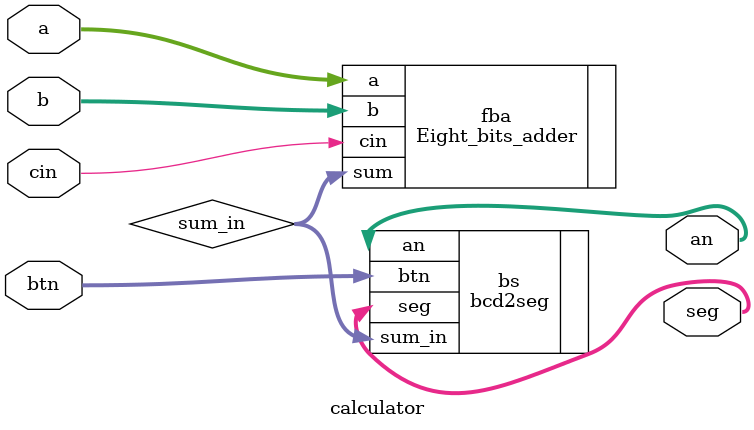
<source format=v>
module calculator(
                    input [7:0] a,
                    input [7:0] b,
                    input cin,
                    input [1:0] btn,
                    output [7:0] seg,
                    output [3:0] an
                );

    wire [8:0] sum_in;

    Eight_bits_adder fba(
                        .a(a),
                        .b(b),
                        .cin(cin),
                        .sum(sum_in)
                    );

    bcd2seg bs(
                .sum_in(sum_in),
                .btn(btn),
                .seg(seg),
                .an(an)
            );

endmodule
</source>
